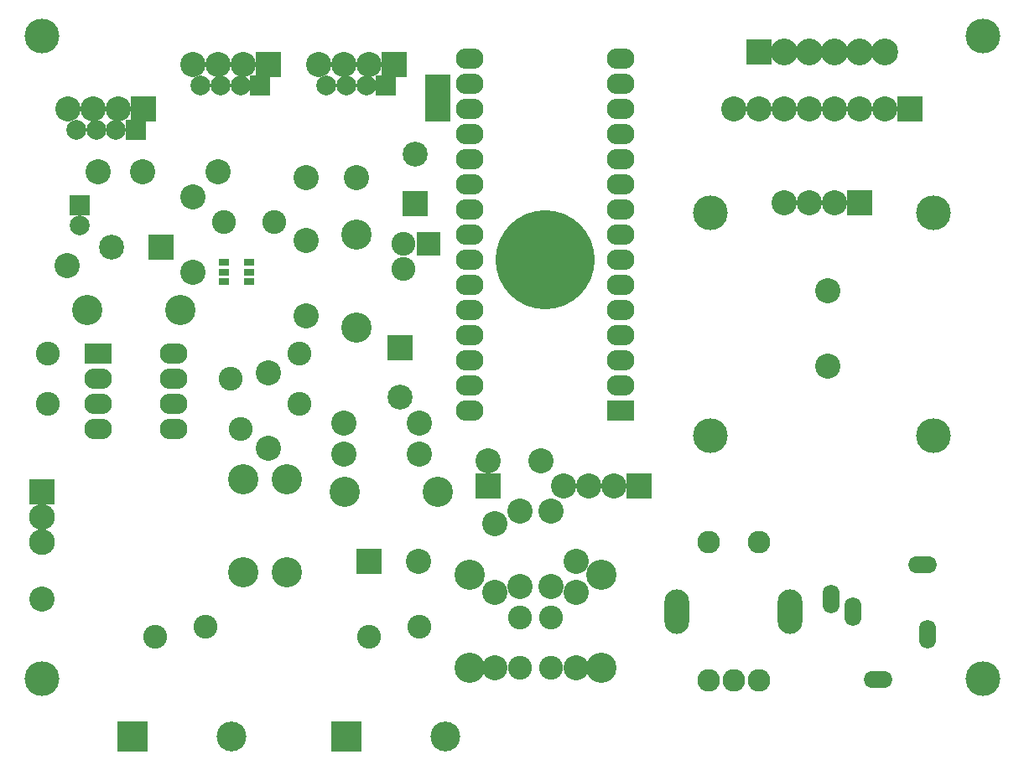
<source format=gts>
G04 #@! TF.FileFunction,Soldermask,Top*
%FSLAX46Y46*%
G04 Gerber Fmt 4.6, Leading zero omitted, Abs format (unit mm)*
G04 Created by KiCad (PCBNEW 4.0.4-stable) date 04/14/17 15:57:30*
%MOMM*%
%LPD*%
G01*
G04 APERTURE LIST*
%ADD10C,0.150000*%
%ADD11R,2.540000X2.540000*%
%ADD12C,2.540000*%
%ADD13C,3.508000*%
%ADD14C,2.413000*%
%ADD15R,2.794000X2.082800*%
%ADD16O,2.794000X2.082800*%
%ADD17R,2.008000X2.008000*%
%ADD18C,2.008000*%
%ADD19O,1.708000X2.908000*%
%ADD20O,2.908000X1.708000*%
%ADD21C,3.048000*%
%ADD22C,2.286000*%
%ADD23O,2.506980X4.508500*%
%ADD24C,10.010000*%
%ADD25R,2.608580X2.608580*%
%ADD26C,2.707640*%
%ADD27C,2.608580*%
%ADD28R,2.413000X2.413000*%
%ADD29R,1.016000X0.762000*%
%ADD30R,3.007360X3.007360*%
%ADD31C,3.007360*%
%ADD32R,2.508000X2.508000*%
%ADD33C,2.508000*%
G04 APERTURE END LIST*
D10*
D11*
X59690000Y24765000D03*
D12*
X57150000Y24765000D03*
X54610000Y24765000D03*
X52070000Y24765000D03*
D13*
X67130000Y23785000D03*
X67130000Y1285000D03*
X44630000Y1285000D03*
X44630000Y23785000D03*
X72138000Y-23332000D03*
D14*
X25400000Y-17145000D03*
X25400000Y-22225000D03*
X-11430000Y-19050000D03*
X-6330000Y-18050000D03*
D15*
X-17145000Y9525000D03*
D16*
X-17145000Y6985000D03*
X-17145000Y4445000D03*
X-17145000Y1905000D03*
X-9525000Y1905000D03*
X-9525000Y4445000D03*
X-9525000Y6985000D03*
X-9525000Y9525000D03*
D11*
X64790000Y34290000D03*
D12*
X62250000Y34290000D03*
X59710000Y34290000D03*
X57170000Y34290000D03*
X54630000Y34290000D03*
X52090000Y34290000D03*
X49550000Y34290000D03*
X47010000Y34290000D03*
X29845000Y-3810000D03*
X32385000Y-3810000D03*
X34925000Y-3810000D03*
D11*
X37465000Y-3810000D03*
X-12573000Y34290000D03*
D12*
X-15113000Y34290000D03*
X-17653000Y34290000D03*
X-20193000Y34290000D03*
D17*
X-13383000Y32179000D03*
D18*
X-15383000Y32179000D03*
X-17383000Y32179000D03*
X-19383000Y32179000D03*
D11*
X12700000Y38735000D03*
D12*
X10160000Y38735000D03*
X7620000Y38735000D03*
X5080000Y38735000D03*
D17*
X11890000Y36624000D03*
D18*
X9890000Y36624000D03*
X7890000Y36624000D03*
X5890000Y36624000D03*
D11*
X0Y38735000D03*
D12*
X-2540000Y38735000D03*
X-5080000Y38735000D03*
X-7620000Y38735000D03*
D17*
X-810000Y36624000D03*
D18*
X-2810000Y36624000D03*
X-4810000Y36624000D03*
X-6810000Y36624000D03*
D19*
X59060000Y-16545000D03*
D20*
X61560000Y-23395000D03*
D19*
X66560000Y-18795000D03*
X56810000Y-15295000D03*
D20*
X66060000Y-11795000D03*
D14*
X28575000Y-17145000D03*
X28575000Y-22225000D03*
X-22225000Y9525000D03*
X-22225000Y4445000D03*
X3175000Y9525000D03*
X3175000Y4445000D03*
X-4445000Y22860000D03*
X635000Y22860000D03*
D21*
X33655000Y-22225000D03*
X33655000Y-12827000D03*
X20320000Y-22225000D03*
X20320000Y-12827000D03*
X1905000Y-3175000D03*
X1905000Y-12573000D03*
X-2540000Y-3175000D03*
X-2540000Y-12573000D03*
X-8890000Y13970000D03*
X-18288000Y13970000D03*
D12*
X22225000Y-1270000D03*
D11*
X22225000Y-3810000D03*
D21*
X17145000Y-4445000D03*
X7747000Y-4445000D03*
X8890000Y21590000D03*
X8890000Y12192000D03*
D22*
X44450000Y-23495000D03*
X49530000Y-23495000D03*
X46990000Y-23495000D03*
X44450000Y-9525000D03*
X49530000Y-9525000D03*
D23*
X52705000Y-16510000D03*
X41275000Y-16510000D03*
D14*
X-3810000Y6985000D03*
X-2810000Y1885000D03*
D12*
X3810000Y27305000D03*
X8890000Y27305000D03*
D24*
X27940000Y19050000D03*
D11*
X17145000Y34290000D03*
X17145000Y36449000D03*
D25*
X49530000Y40005000D03*
D26*
X52070000Y40005000D03*
X54610000Y40005000D03*
X57150000Y40005000D03*
X59690000Y40005000D03*
X62230000Y40005000D03*
D27*
X-22860000Y-9525000D03*
X-22860000Y-6985000D03*
D25*
X-22860000Y-4445000D03*
D12*
X28575000Y-6350000D03*
X28575000Y-13970000D03*
X31115000Y-14605000D03*
X31115000Y-22225000D03*
X25400000Y-6350000D03*
X25400000Y-13970000D03*
X22860000Y-14605000D03*
X22860000Y-22225000D03*
X56515000Y15875000D03*
X56515000Y8255000D03*
X0Y0D03*
X0Y7620000D03*
X15240000Y-635000D03*
X7620000Y-635000D03*
X7620000Y2540000D03*
X15240000Y2540000D03*
X3810000Y20955000D03*
X3810000Y13335000D03*
X-5080000Y27940000D03*
X-12700000Y27940000D03*
D28*
X16192500Y20637500D03*
D14*
X13652500Y20637500D03*
X13652500Y18097500D03*
X10160000Y-19050000D03*
X15260000Y-18050000D03*
D15*
X35560000Y3810000D03*
D16*
X35560000Y6350000D03*
X35560000Y8890000D03*
X35560000Y11430000D03*
X35560000Y13970000D03*
X35560000Y16510000D03*
X35560000Y19050000D03*
X35560000Y21590000D03*
X35560000Y24130000D03*
X35560000Y26670000D03*
X35560000Y29210000D03*
X35560000Y31750000D03*
X35560000Y34290000D03*
X35560000Y36830000D03*
X35560000Y39370000D03*
X20320000Y39370000D03*
X20320000Y36830000D03*
X20320000Y34290000D03*
X20320000Y31750000D03*
X20320000Y29210000D03*
X20320000Y26670000D03*
X20320000Y24130000D03*
X20320000Y21590000D03*
X20320000Y19050000D03*
X20320000Y16510000D03*
X20320000Y13970000D03*
X20320000Y11430000D03*
X20320000Y8890000D03*
X20320000Y6350000D03*
X20320000Y3810000D03*
D12*
X-7620000Y17780000D03*
X-7620000Y25400000D03*
X31115000Y-11430000D03*
X22860000Y-7620000D03*
X-22860000Y-15240000D03*
X-20320000Y18415000D03*
X27559000Y-1270000D03*
X-17145000Y27940000D03*
D29*
X-1905000Y17780000D03*
X-4445000Y18732500D03*
X-4445000Y16827500D03*
X-1905000Y18732500D03*
X-4445000Y17780000D03*
X-1905000Y16827500D03*
D30*
X-13730000Y-29180000D03*
D31*
X-3730000Y-29180000D03*
D30*
X7860000Y-29180000D03*
D31*
X17860000Y-29180000D03*
D11*
X10200000Y-11430000D03*
D12*
X15200000Y-11430000D03*
D32*
X-10835000Y20320000D03*
D33*
X-15835000Y20320000D03*
D17*
X-19050000Y24495000D03*
D18*
X-19050000Y22495000D03*
D32*
X13335000Y10120000D03*
D33*
X13335000Y5120000D03*
D32*
X14859000Y24678000D03*
D33*
X14859000Y29678000D03*
D13*
X72138000Y41668000D03*
X-22862000Y41668000D03*
X-22862000Y-23332000D03*
M02*

</source>
